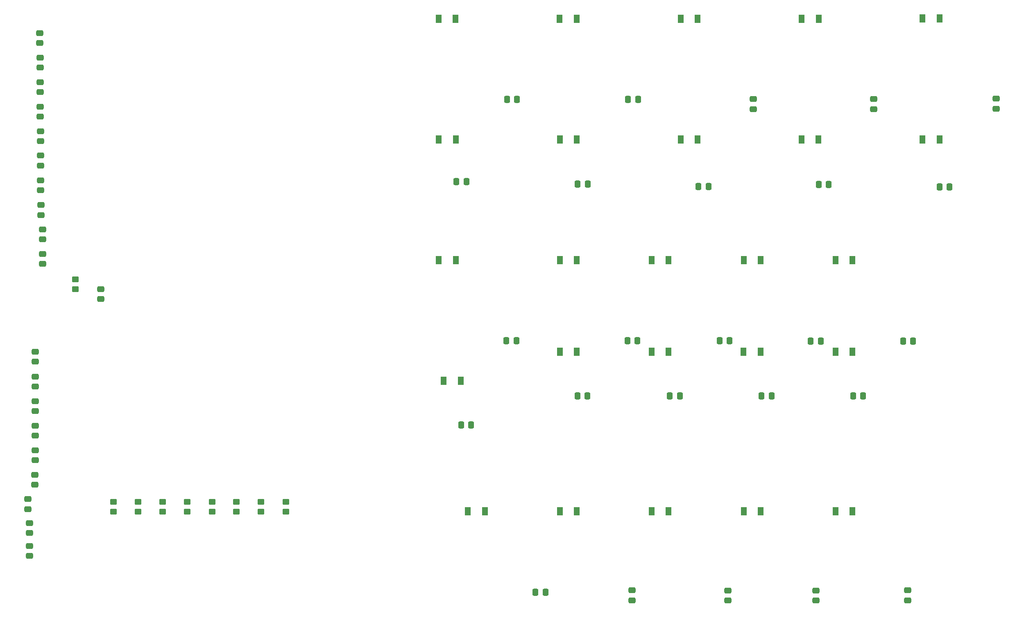
<source format=gbr>
%TF.GenerationSoftware,KiCad,Pcbnew,(6.0.0)*%
%TF.CreationDate,2023-05-12T18:24:35+02:00*%
%TF.ProjectId,Pot.butt_pcb,506f742e-6275-4747-945f-7063622e6b69,rev?*%
%TF.SameCoordinates,Original*%
%TF.FileFunction,Paste,Bot*%
%TF.FilePolarity,Positive*%
%FSLAX46Y46*%
G04 Gerber Fmt 4.6, Leading zero omitted, Abs format (unit mm)*
G04 Created by KiCad (PCBNEW (6.0.0)) date 2023-05-12 18:24:35*
%MOMM*%
%LPD*%
G01*
G04 APERTURE LIST*
G04 Aperture macros list*
%AMRoundRect*
0 Rectangle with rounded corners*
0 $1 Rounding radius*
0 $2 $3 $4 $5 $6 $7 $8 $9 X,Y pos of 4 corners*
0 Add a 4 corners polygon primitive as box body*
4,1,4,$2,$3,$4,$5,$6,$7,$8,$9,$2,$3,0*
0 Add four circle primitives for the rounded corners*
1,1,$1+$1,$2,$3*
1,1,$1+$1,$4,$5*
1,1,$1+$1,$6,$7*
1,1,$1+$1,$8,$9*
0 Add four rect primitives between the rounded corners*
20,1,$1+$1,$2,$3,$4,$5,0*
20,1,$1+$1,$4,$5,$6,$7,0*
20,1,$1+$1,$6,$7,$8,$9,0*
20,1,$1+$1,$8,$9,$2,$3,0*%
G04 Aperture macros list end*
%ADD10RoundRect,0.250000X0.337500X0.475000X-0.337500X0.475000X-0.337500X-0.475000X0.337500X-0.475000X0*%
%ADD11R,1.300000X1.700000*%
%ADD12RoundRect,0.250000X-0.475000X0.337500X-0.475000X-0.337500X0.475000X-0.337500X0.475000X0.337500X0*%
%ADD13RoundRect,0.250000X-0.450000X0.350000X-0.450000X-0.350000X0.450000X-0.350000X0.450000X0.350000X0*%
%ADD14RoundRect,0.250000X0.475000X-0.337500X0.475000X0.337500X-0.475000X0.337500X-0.475000X-0.337500X0*%
%ADD15RoundRect,0.250000X-0.337500X-0.475000X0.337500X-0.475000X0.337500X0.475000X-0.337500X0.475000X0*%
G04 APERTURE END LIST*
D10*
%TO.C,C46*%
X218562500Y-112550000D03*
X216487500Y-112550000D03*
%TD*%
D11*
%TO.C,D3*%
X149760000Y-84460000D03*
X153260000Y-84460000D03*
%TD*%
D12*
%TO.C,C30*%
X189725000Y-152812500D03*
X189725000Y-154887500D03*
%TD*%
D13*
%TO.C,R8*%
X92690000Y-134500000D03*
X92690000Y-136500000D03*
%TD*%
%TO.C,R29*%
X118120000Y-134500000D03*
X118120000Y-136500000D03*
%TD*%
D14*
%TO.C,C23*%
X67310000Y-49667500D03*
X67310000Y-47592500D03*
%TD*%
D12*
%TO.C,C34*%
X209500000Y-152837500D03*
X209500000Y-154912500D03*
%TD*%
%TO.C,C44*%
X264975000Y-51062500D03*
X264975000Y-53137500D03*
%TD*%
D14*
%TO.C,C7*%
X66320000Y-120795000D03*
X66320000Y-118720000D03*
%TD*%
%TO.C,C24*%
X67460000Y-70017500D03*
X67460000Y-67942500D03*
%TD*%
D15*
%TO.C,C37*%
X245712500Y-101200000D03*
X247787500Y-101200000D03*
%TD*%
%TO.C,C27*%
X163862500Y-51200000D03*
X165937500Y-51200000D03*
%TD*%
D11*
%TO.C,D12*%
X199770000Y-59470000D03*
X203270000Y-59470000D03*
%TD*%
%TO.C,D5*%
X155770000Y-136470000D03*
X159270000Y-136470000D03*
%TD*%
D14*
%TO.C,C25*%
X67480000Y-75110000D03*
X67480000Y-73035000D03*
%TD*%
D12*
%TO.C,C42*%
X246700000Y-152825000D03*
X246700000Y-154900000D03*
%TD*%
D15*
%TO.C,C31*%
X188750000Y-101175000D03*
X190825000Y-101175000D03*
%TD*%
D14*
%TO.C,C19*%
X67250000Y-39517500D03*
X67250000Y-37442500D03*
%TD*%
D12*
%TO.C,C1*%
X79900000Y-90452500D03*
X79900000Y-92527500D03*
%TD*%
D11*
%TO.C,D1*%
X149700000Y-34500000D03*
X153200000Y-34500000D03*
%TD*%
%TO.C,D11*%
X199780000Y-34470000D03*
X203280000Y-34470000D03*
%TD*%
%TO.C,D9*%
X174760000Y-103470000D03*
X178260000Y-103470000D03*
%TD*%
%TO.C,D15*%
X193770000Y-136470000D03*
X197270000Y-136470000D03*
%TD*%
%TO.C,D13*%
X193770000Y-84460000D03*
X197270000Y-84460000D03*
%TD*%
%TO.C,D8*%
X174770000Y-84460000D03*
X178270000Y-84460000D03*
%TD*%
%TO.C,D16*%
X224770000Y-34470000D03*
X228270000Y-34470000D03*
%TD*%
D12*
%TO.C,C11*%
X65140000Y-143610000D03*
X65140000Y-145685000D03*
%TD*%
D11*
%TO.C,D20*%
X212770000Y-136470000D03*
X216270000Y-136470000D03*
%TD*%
D12*
%TO.C,C40*%
X239650000Y-51112500D03*
X239650000Y-53187500D03*
%TD*%
D11*
%TO.C,D22*%
X249760000Y-59460000D03*
X253260000Y-59460000D03*
%TD*%
D15*
%TO.C,C32*%
X188862500Y-51200000D03*
X190937500Y-51200000D03*
%TD*%
D10*
%TO.C,C50*%
X199562500Y-112575000D03*
X197487500Y-112575000D03*
%TD*%
D11*
%TO.C,D25*%
X231770000Y-136470000D03*
X235270000Y-136470000D03*
%TD*%
D10*
%TO.C,C49*%
X230337500Y-68775000D03*
X228262500Y-68775000D03*
%TD*%
D12*
%TO.C,C36*%
X214750000Y-51137500D03*
X214750000Y-53212500D03*
%TD*%
D13*
%TO.C,R5*%
X102880000Y-134500000D03*
X102880000Y-136500000D03*
%TD*%
D11*
%TO.C,D4*%
X150770000Y-109470000D03*
X154270000Y-109470000D03*
%TD*%
%TO.C,D6*%
X174750000Y-34470000D03*
X178250000Y-34470000D03*
%TD*%
%TO.C,D2*%
X149770000Y-59460000D03*
X153270000Y-59460000D03*
%TD*%
%TO.C,D19*%
X212760000Y-103470000D03*
X216260000Y-103470000D03*
%TD*%
D14*
%TO.C,C6*%
X67820000Y-85257500D03*
X67820000Y-83182500D03*
%TD*%
%TO.C,C4*%
X66340000Y-115717500D03*
X66340000Y-113642500D03*
%TD*%
%TO.C,C5*%
X64820000Y-136017500D03*
X64820000Y-133942500D03*
%TD*%
D13*
%TO.C,R7*%
X107910000Y-134500000D03*
X107910000Y-136500000D03*
%TD*%
D11*
%TO.C,D7*%
X174760000Y-59460000D03*
X178260000Y-59460000D03*
%TD*%
%TO.C,D21*%
X249760000Y-34460000D03*
X253260000Y-34460000D03*
%TD*%
D14*
%TO.C,C9*%
X66340000Y-105500000D03*
X66340000Y-103425000D03*
%TD*%
D10*
%TO.C,C45*%
X205512500Y-69200000D03*
X203437500Y-69200000D03*
%TD*%
%TO.C,C48*%
X255337500Y-69275000D03*
X253262500Y-69275000D03*
%TD*%
D14*
%TO.C,C12*%
X66340000Y-110627500D03*
X66340000Y-108552500D03*
%TD*%
%TO.C,C13*%
X66270000Y-130957500D03*
X66270000Y-128882500D03*
%TD*%
D10*
%TO.C,C39*%
X155487500Y-68200000D03*
X153412500Y-68200000D03*
%TD*%
D14*
%TO.C,C26*%
X67350000Y-54767500D03*
X67350000Y-52692500D03*
%TD*%
%TO.C,C20*%
X67400000Y-59857500D03*
X67400000Y-57782500D03*
%TD*%
D11*
%TO.C,D23*%
X231770000Y-84470000D03*
X235270000Y-84470000D03*
%TD*%
%TO.C,D18*%
X212770000Y-84450000D03*
X216270000Y-84450000D03*
%TD*%
D10*
%TO.C,C47*%
X156462500Y-118550000D03*
X154387500Y-118550000D03*
%TD*%
D13*
%TO.C,R28*%
X97750000Y-134500000D03*
X97750000Y-136500000D03*
%TD*%
D14*
%TO.C,C3*%
X67820000Y-80157500D03*
X67820000Y-78082500D03*
%TD*%
D15*
%TO.C,C28*%
X207812500Y-101175000D03*
X209887500Y-101175000D03*
%TD*%
%TO.C,C29*%
X169737500Y-153175000D03*
X171812500Y-153175000D03*
%TD*%
D13*
%TO.C,R6*%
X87620000Y-134500000D03*
X87620000Y-136500000D03*
%TD*%
%TO.C,R19*%
X74660000Y-88440000D03*
X74660000Y-90440000D03*
%TD*%
D15*
%TO.C,C35*%
X163737500Y-101175000D03*
X165812500Y-101175000D03*
%TD*%
D11*
%TO.C,D24*%
X231770000Y-103460000D03*
X235270000Y-103460000D03*
%TD*%
D12*
%TO.C,C38*%
X227700000Y-152837500D03*
X227700000Y-154912500D03*
%TD*%
D11*
%TO.C,D10*%
X174770000Y-136460000D03*
X178270000Y-136460000D03*
%TD*%
D10*
%TO.C,C51*%
X180487500Y-112550000D03*
X178412500Y-112550000D03*
%TD*%
D11*
%TO.C,D14*%
X193770000Y-103470000D03*
X197270000Y-103470000D03*
%TD*%
D10*
%TO.C,C43*%
X180550000Y-68700000D03*
X178475000Y-68700000D03*
%TD*%
D14*
%TO.C,C22*%
X67420000Y-64897500D03*
X67420000Y-62822500D03*
%TD*%
D11*
%TO.C,D17*%
X224760000Y-59470000D03*
X228260000Y-59470000D03*
%TD*%
D14*
%TO.C,C8*%
X65190000Y-140947500D03*
X65190000Y-138872500D03*
%TD*%
D15*
%TO.C,C33*%
X226625000Y-101200000D03*
X228700000Y-101200000D03*
%TD*%
D13*
%TO.C,R4*%
X82500000Y-134500000D03*
X82500000Y-136500000D03*
%TD*%
D14*
%TO.C,C21*%
X67320000Y-44617500D03*
X67320000Y-42542500D03*
%TD*%
D10*
%TO.C,C41*%
X237487500Y-112575000D03*
X235412500Y-112575000D03*
%TD*%
D14*
%TO.C,C10*%
X66300000Y-125877500D03*
X66300000Y-123802500D03*
%TD*%
D13*
%TO.C,R27*%
X113000000Y-134500000D03*
X113000000Y-136500000D03*
%TD*%
M02*

</source>
